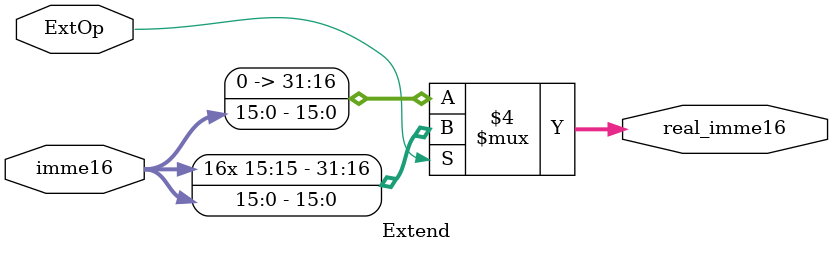
<source format=v>
`timescale 1ns / 1ps


module Extend(input ExtOp,
              input [15:0] imme16,
              output reg[31:0] real_imme16);
    always@(*)
    begin
        if (ExtOp == 0)
        begin
            real_imme16 = {16'h0000,imme16};
        end
        else
        begin
            real_imme16 = {{16{imme16[15]}},imme16};
        end
    end
endmodule

</source>
